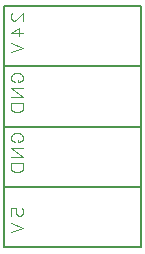
<source format=gbo>
G04 DesignSpark PCB Gerber Version 11.0 Build 5877*
G04 #@! TF.Part,Single*
G04 #@! TF.FileFunction,Legend,Bot*
G04 #@! TF.FilePolarity,Positive*
%FSLAX35Y35*%
%MOMM*%
%ADD89C,0.07620*%
%ADD88C,0.12700*%
G04 #@! TD.AperFunction*
X0Y0D02*
D02*
D88*
X76350Y1426350D02*
X1236350D01*
Y916350D01*
X76350D01*
Y1426350D01*
Y1936350D02*
X1236350D01*
Y1426350D01*
X76350D01*
Y1936350D01*
Y2446350D02*
X1236350D01*
Y1936350D01*
X76350D01*
Y2446350D01*
Y2956350D02*
X1236350D01*
Y2446350D01*
X76350D01*
Y2956350D01*
D02*
D89*
X232540Y2835350D02*
Y2898850D01*
X176970Y2843290D01*
X161100Y2835350D01*
X145220Y2843290D01*
X137290Y2859160D01*
Y2882970D01*
X145220Y2898850D01*
X232540Y2732160D02*
X137290D01*
X200790Y2771850D01*
Y2708350D01*
X137290Y2644850D02*
X232540Y2605160D01*
X137290Y2565470D01*
X192850Y2335290D02*
Y2311470D01*
X200790D01*
X216660Y2319410D01*
X224600Y2327350D01*
X232540Y2343220D01*
Y2359100D01*
X224600Y2374970D01*
X216660Y2382910D01*
X200790Y2390850D01*
X169040D01*
X153160Y2382910D01*
X145220Y2374970D01*
X137290Y2359100D01*
Y2343220D01*
X145220Y2327350D01*
X153160Y2319410D01*
X169040Y2311470D01*
X232540Y2263850D02*
X137290D01*
X232540Y2184470D01*
X137290D01*
X232540Y2136850D02*
X137290D01*
Y2089220D01*
X145220Y2073350D01*
X153160Y2065410D01*
X169040Y2057470D01*
X200790D01*
X216660Y2065410D01*
X224600Y2073350D01*
X232540Y2089220D01*
Y2136850D01*
X192850Y1827290D02*
Y1803470D01*
X200790D01*
X216660Y1811410D01*
X224600Y1819350D01*
X232540Y1835220D01*
Y1851100D01*
X224600Y1866970D01*
X216660Y1874910D01*
X200790Y1882850D01*
X169040D01*
X153160Y1874910D01*
X145220Y1866970D01*
X137290Y1851100D01*
Y1835220D01*
X145220Y1819350D01*
X153160Y1811410D01*
X169040Y1803470D01*
X232540Y1755850D02*
X137290D01*
X232540Y1676470D01*
X137290D01*
X232540Y1628850D02*
X137290D01*
Y1581220D01*
X145220Y1565350D01*
X153160Y1557410D01*
X169040Y1549470D01*
X200790D01*
X216660Y1557410D01*
X224600Y1565350D01*
X232540Y1581220D01*
Y1628850D01*
X224600Y1247850D02*
X232540Y1231970D01*
Y1208160D01*
X224600Y1192290D01*
X208720Y1184350D01*
X200790D01*
X184910Y1192290D01*
X176970Y1208160D01*
Y1247850D01*
X137290D01*
Y1184350D01*
Y1120850D02*
X232540Y1081160D01*
X137290Y1041470D01*
X0Y0D02*
M02*

</source>
